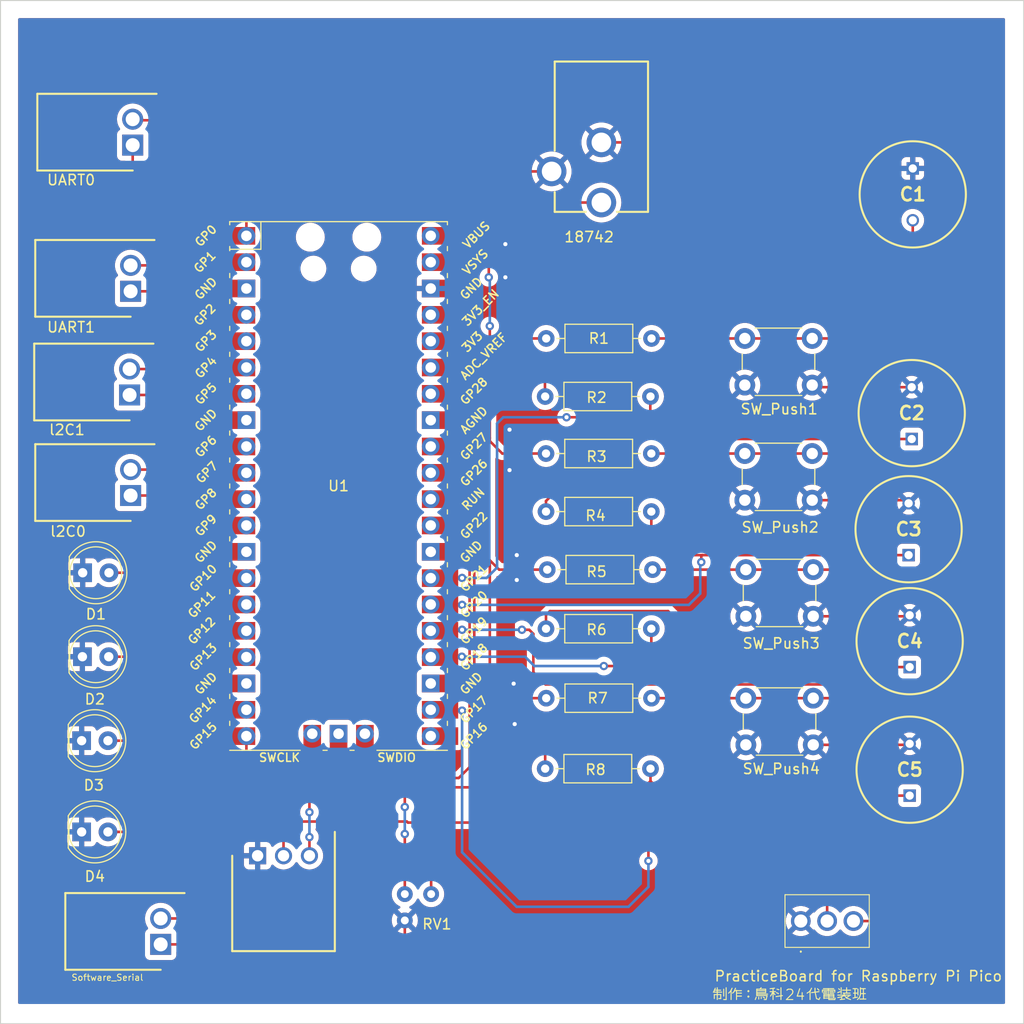
<source format=kicad_pcb>
(kicad_pcb (version 20221018) (generator pcbnew)
  (layers (0 "F.Cu" signal) (31 "B.Cu" signal) (34 "B.Paste" user) (35 "F.Paste" user) (36 "B.SilkS" user "B.Silkscreen") (37 "F.SilkS" user "F.Silkscreen") (38 "B.Mask" user) (39 "F.Mask" user) (44 "Edge.Cuts" user))
  (net 0 "")
  (net 1 "GND")
  (net 2 "+5V")
  (net 3 "/SW1")
  (net 4 "/SW2")
  (net 5 "/SW3")
  (net 6 "/SW4")
  (net 7 "/LED1")
  (net 8 "/LED2")
  (net 9 "/LED3")
  (net 10 "/LED4")
  (net 11 "Net-(J1-Pin_1)")
  (net 12 "Net-(J1-Pin_2)")
  (net 13 "Net-(J2-Pin_1)")
  (net 14 "Net-(J2-Pin_2)")
  (net 15 "Net-(J3-Pin_1)")
  (net 16 "Net-(J3-Pin_2)")
  (net 17 "Net-(J4-Pin_1)")
  (net 18 "Net-(J4-Pin_2)")
  (net 19 "Net-(J5-Pin_1)")
  (net 20 "Net-(J5-Pin_2)")
  (net 21 "/SPK")
  (net 22 "Net-(R1-Pad2)")
  (net 23 "Net-(R3-Pad2)")
  (net 24 "Net-(R5-Pad2)")
  (net 25 "Net-(R7-Pad2)")
  (net 26 "/VOL")
  (net 27 "/SW5")
  (footprint "Button_Switch_THT:SW_PUSH_6mm_H4.3mm" (layer "F.Cu") (at 115.9 93.3)
    (fp_text reference "SW2" hide)
    (fp_text value "SW_Push" hide)
  )
  (footprint "Button_Switch_THT:SW_PUSH_6mm_H4.3mm" (layer "F.Cu") (at 116 116.9)
    (fp_text reference "SW5" hide)
    (fp_text value "SW_Push" hide)
  )
  (footprint "Button_Switch_THT:SW_PUSH_6mm_H4.3mm" (layer "F.Cu") (at 116 104.5)
    (fp_text reference "SW4" hide)
    (fp_text value "SW_Push" hide)
  )
  (footprint "LED_THT:LED_D5.0mm" (layer "F.Cu") (at 51.925 129.8)
    (fp_text reference "D4")
    (fp_text value "LED" hide)
  )
  (footprint "SamacSys_Parts:CAPPRD500W60D1025H1400" (layer "F.Cu") (at 132.1 65.8 -90)
    (fp_text reference "C1")
    (fp_text value "4.7μ" hide)
  )
  (footprint "SamacSys_Parts:SHDRRA2W80P0X250_1X2_740X1150X610P" (layer "F.Cu") (at 56.55 87.65 90)
    (fp_text reference "J4" hide)
    (fp_text value "I2C1" hide)
  )
  (footprint "SamacSys_Parts:RPi_Pico_SMD_TH" (layer "F.Cu") (at 76.71 96.43)
    (fp_text reference "U1")
    (fp_text value "Pico" hide)
  )
  (footprint "Resistor_THT:R_Axial_DIN0207_L6.3mm_D2.5mm_P10.16mm_Horizontal" (layer "F.Cu") (at 96.64 87.8)
    (fp_text reference "R2")
    (fp_text value "10k" hide)
  )
  (footprint "LED_THT:LED_D5.0mm" (layer "F.Cu") (at 52 112.9)
    (fp_text reference "D2")
    (fp_text value "LED" hide)
  )
  (footprint "Resistor_THT:R_Axial_DIN0207_L6.3mm_D2.5mm_P10.16mm_Horizontal" (layer "F.Cu") (at 96.72 110.2)
    (fp_text reference "R6")
    (fp_text value "10k" hide)
  )
  (footprint "SamacSys_Parts:CAPPRD500W60D1025H1400" (layer "F.Cu") (at 131.8 113.9 90)
    (fp_text reference "C4")
    (fp_text value "4.7μ" hide)
  )
  (footprint "Resistor_THT:R_Axial_DIN0207_L6.3mm_D2.5mm_P10.16mm_Horizontal" (layer "F.Cu") (at 96.74 82.2)
    (fp_text reference "R1")
    (fp_text value "10k" hide)
  )
  (footprint "Resistor_THT:R_Axial_DIN0207_L6.3mm_D2.5mm_P10.16mm_Horizontal" (layer "F.Cu") (at 96.72 98.9)
    (fp_text reference "R4")
    (fp_text value "10k" hide)
  )
  (footprint "SamacSys_Parts:2MS1T2B4M2QES" (layer "F.Cu") (at 121.3 138.4 -90)
    (fp_text reference "SW3" hide)
    (fp_text value "SW_DPDT_x2" hide)
  )
  (footprint "Resistor_THT:R_Axial_DIN0207_L6.3mm_D2.5mm_P10.16mm_Horizontal" (layer "F.Cu") (at 96.64 123.7)
    (fp_text reference "R8")
    (fp_text value "10k" hide)
  )
  (footprint "SamacSys_Parts:SHDRRA3W64P0X250_1X3_990X1150X610P" (layer "F.Cu") (at 68.9 132.1 180)
    (fp_text reference "J6" hide)
    (fp_text value "Conn_01x03_Female" hide)
  )
  (footprint "SamacSys_Parts:18742" (layer "F.Cu") (at 102.0625 69.0875 -90)
    (fp_text reference "J7" hide)
    (fp_text value "18742" hide)
  )
  (footprint "LED_THT:LED_D5.0mm" (layer "F.Cu") (at 51.925 121)
    (fp_text reference "D3")
    (fp_text value "LED" hide)
  )
  (footprint "SamacSys_Parts:CAPPRD500W60D1025H1400" (layer "F.Cu") (at 132 91.9 90)
    (fp_text reference "C2")
    (fp_text value "4.7μ" hide)
  )
  (footprint "SamacSys_Parts:CAPPRD500W60D1025H1400" (layer "F.Cu") (at 131.8 126.3 90)
    (fp_text reference "C5")
    (fp_text value "4.7μ" hide)
  )
  (footprint "LED_THT:LED_D5.0mm" (layer "F.Cu") (at 52.025 104.8)
    (fp_text reference "D1")
    (fp_text value "LED" hide)
  )
  (footprint "Resistor_THT:R_Axial_DIN0207_L6.3mm_D2.5mm_P10.16mm_Horizontal" (layer "F.Cu") (at 96.84 104.5)
    (fp_text reference "R5")
    (fp_text value "10k" hide)
  )
  (footprint "Resistor_THT:R_Axial_DIN0207_L6.3mm_D2.5mm_P10.16mm_Horizontal" (layer "F.Cu") (at 96.74 116.9)
    (fp_text reference "R7")
    (fp_text value "10k" hide)
  )
  (footprint "SamacSys_Parts:3386K" (layer "F.Cu") (at 83.1 135.8)
    (fp_text reference "RV1")
    (fp_text value "10k" hide)
  )
  (footprint "SamacSys_Parts:SHDRRA2W80P0X250_1X2_740X1150X610P" (layer "F.Cu") (at 56.65 77.65 90)
    (fp_text reference "J2" hide)
    (fp_text value "UART1" hide)
  )
  (footprint "SamacSys_Parts:CAPPRD500W60D1025H1400" (layer "F.Cu") (at 131.7 103.1 90)
    (fp_text reference "C3")
    (fp_text value "4.7μ" hide)
  )
  (footprint "SamacSys_Parts:SHDRRA2W80P0X250_1X2_740X1150X610P" (layer "F.Cu") (at 59.55 140.65 90)
    (fp_text reference "J5" hide)
    (fp_text value "Software_Serial" hide)
  )
  (footprint "Resistor_THT:R_Axial_DIN0207_L6.3mm_D2.5mm_P10.16mm_Horizontal" (layer "F.Cu") (at 96.72 93.3)
    (fp_text reference "R3")
    (fp_text value "10k" hide)
  )
  (footprint "SamacSys_Parts:SHDRRA2W80P0X250_1X2_740X1150X610P" (layer "F.Cu") (at 56.65 97.35 90)
    (fp_text reference "J3" hide)
    (fp_text value "I2C0" hide)
  )
  (footprint "Button_Switch_THT:SW_PUSH_6mm_H4.3mm" (layer "F.Cu") (at 115.9 82.2)
    (fp_text reference "SW1" hide)
    (fp_text value "SW_Push" hide)
  )
  (footprint "SamacSys_Parts:SHDRRA2W80P0X250_1X2_740X1150X610P" (layer "F.Cu") (at 56.85 63.55 90)
    (fp_text reference "J1" hide)
    (fp_text value "UART0" hide)
  )
  (gr_line (start 44.1 148.3) (end 142.8 148.3) (stroke (width 0.1)) (layer "Edge.Cuts"))
  (gr_line (start 44.1 49.6) (end 44.1 148.3) (stroke (width 0.1)) (layer "Edge.Cuts"))
  (gr_line (start 142.8 148.3) (end 142.8 49.6) (stroke (width 0.1)) (layer "Edge.Cuts"))
  (gr_line (start 142.8 49.6) (end 44.1 49.6) (stroke (width 0.1)) (layer "Edge.Cuts"))
  (gr_text "l2C1" (at 48.7 91.6) (layer "F.SilkS") (effects (font (size 1 1)) (justify left bottom)))
  (gr_text "SW_Push4" (at 115.6 124.3) (layer "F.SilkS") (effects (font (size 1 1)) (justify left bottom)))
  (gr_text "Software_Serial" (at 50.9 144.2) (layer "F.SilkS") (effects (font (size 0.6 0.6) (thickness 0.09)) (justify left bottom)))
  (gr_text "SW_Push1" (at 115.4 89.6) (layer "F.SilkS") (effects (font (size 1 1)) (justify left bottom)))
  (gr_text "制作：鳥科２４代電装班" (at 112.7 146.1) (layer "F.SilkS") (effects (font (size 1 1) (thickness 0.1)) (justify left bottom)))
  (gr_text "PracticeBoard for Raspberry Pi Pico" (at 112.9 144.3) (layer "F.SilkS") (effects (font (size 1 1) (thickness 0.14)) (justify left bottom)))
  (gr_text "18742" (at 98.4 73) (layer "F.SilkS") (effects (font (size 1 1)) (justify left bottom)))
  (gr_text "l2C0" (at 48.8 101.4) (layer "F.SilkS") (effects (font (size 1 1)) (justify left bottom)))
  (gr_text "SW_Push3" (at 115.6 112.2) (layer "F.SilkS") (effects (font (size 1 1)) (justify left bottom)))
  (gr_text "UART0" (at 48.5 67.5) (layer "F.SilkS") (effects (font (size 1 1)) (justify left bottom)))
  (gr_text "SW_Push2" (at 115.5 101) (layer "F.SilkS") (effects (font (size 1 1)) (justify left bottom)))
  (gr_text "UART1" (at 48.5 81.7) (layer "F.SilkS") (effects (font (size 1 1)) (justify left bottom)))
  (segment (start 93.9 95.6) (end 93.85 95.55) (width 0.25) (layer "F.Cu") (net 1))
  (segment (start 94.4 120.1) (end 93.7 119.4) (width 0.25) (layer "F.Cu") (net 1))
  (segment (start 92.85 78.15) (end 92.08 77.38) (width 0.25) (layer "F.Cu") (net 1))
  (segment (start 92.8 78.1) (end 92.85 78.15) (width 0.25) (layer "F.Cu") (net 1))
  (segment (start 48.7 105) (end 48.7 113) (width 0.25) (layer "F.Cu") (net 1))
  (segment (start 92.08 77.38) (end 85.6 77.38) (width 0.25) (layer "F.Cu") (net 1))
  (segment (start 132 86.9) (end 122.6 86.9) (width 0.25) (layer "F.Cu") (net 1))
  (segment (start 93 78.3) (end 92.85 78.15) (width 0.25) (layer "F.Cu") (net 1))
  (segment (start 92.8 76.3) (end 92.8 78.1) (width 0.25) (layer "F.Cu") (net 1))
  (segment (start 94.9 96.4) (end 94.7 96.4) (width 0.25) (layer "F.Cu") (net 1))
  (segment (start 94.8 84.2) (end 93 82.4) (width 0.25) (layer "F.Cu") (net 1))
  (segment (start 131.4 97.8) (end 131.7 98.1) (width 0.25) (layer "F.Cu") (net 1))
  (segment (start 131.7 109) (end 131.8 108.9) (width 0.25) (layer "F.Cu") (net 1))
  (segment (start 93.8125 66.0875) (end 92.8 67.1) (width 0.25) (layer "F.Cu") (net 1))
  (segment (start 51.925 129.8) (end 49 129.8) (width 0.25) (layer "F.Cu") (net 1))
  (segment (start 93.85 95.55) (end 93.2 94.9) (width 0.25) (layer "F.Cu") (net 1))
  (segment (start 102.0625 63.2875) (end 131.0875 63.2875) (width 0.25) (layer "F.Cu") (net 1))
  (segment (start 93 82.4) (end 93 78.3) (width 0.25) (layer "F.Cu") (net 1))
  (segment (start 94.9 107.7) (end 93.9 106.7) (width 0.25) (layer "F.Cu") (net 1))
  (segment (start 83.1 138.34) (end 83.1 142.8) (width 0.25) (layer "F.Cu") (net 1))
  (segment (start 122.5 109) (end 131.7 109) (width 0.25) (layer "F.Cu") (net 1))
  (segment (start 93.2 91) (end 93.2 82.6) (width 0.25) (layer "F.Cu") (net 1))
  (segment (start 94.3 138.6) (end 94.3 138.2) (width 0.25) (layer "F.Cu") (net 1))
  (segment (start 94.3 120.2) (end 94.4 120.1) (width 0.25) (layer "F.Cu") (net 1))
  (segment (start 48.8 112.9) (end 48.7 113) (width 0.25) (layer "F.Cu") (net 1))
  (segment (start 122.5 121.4) (end 131.7 121.4) (width 0.25) (layer "F.Cu") (net 1))
  (segment (start 114.5 96.4) (end 94.9 96.4) (width 0.25) (layer "F.Cu") (net 1))
  (segment (start 97.2625 66.0875) (end 93.8125 66.0875) (width 0.25) (layer "F.Cu") (net 1))
  (segment (start 115.9 86.7) (end 113.4 84.2) (width 0.25) (layer "F.Cu") (net 1))
  (segment (start 94.3 143.1) (end 94.3 138.6) (width 0.25) (layer "F.Cu") (net 1))
  (segment (start 48.7 121.3) (end 48.7 130.1) (width 0.25) (layer "F.Cu") (net 1))
  (segment (start 131.0875 63.2875) (end 132.1 64.3) (width 0.25) (layer "F.Cu") (net 1))
  (segment (start 49.4 143.5) (end 69.1 143.5) (width 0.25) (layer "F.Cu") (net 1))
  (segment (start 94.7 96.4) (end 93.85 95.55) (width 0.25) (layer "F.Cu") (net 1))
  (segment (start 68.9 132.1) (end 68.9 143.3) (width 0.25) (layer "F.Cu") (net 1))
  (segment (start 94.6 120.3) (end 94.4 120.1) (width 0.25) (layer "F.Cu") (net 1))
  (segment (start 51.925 121) (end 49 121) (width 0.25) (layer "F.Cu") (net 1))
  (segment (start 114.7 107.7) (end 94.9 107.7) (width 0.25) (layer "F.Cu") (net 1))
  (segment (start 122.6 86.9) (end 122.4 86.7) (width 0.25) (layer "F.Cu") (net 1))
  (segment (start 93.9 143.5) (end 94.3 143.1) (width 0.25) (layer "F.Cu") (net 1))
  (segment (start 74.5 143.5) (end 83.6 143.5) (width 0.25) (layer "F.Cu") (net 1))
  (segment (start 92.8 143.5) (end 93.4 143.5) (width 0.25) (layer "F.Cu") (net 1))
  (segment (start 69.1 143.5) (end 74.5 143.5) (width 0.25) (layer "F.Cu") (net 1))
  (segment (start 116 121.4) (end 114.9 120.3) (width 0.25) (layer "F.Cu") (net 1))
  (segment (start 48.7 113) (end 48.7 121.3) (width 0.25) (layer "F.Cu") (net 1))
  (segment (start 93.2 82.6) (end 93 82.4) (width 0.25) (layer "F.Cu") (net 1))
  (segment (start 92.8 67.1) (end 92.8 73.1) (width 0.25) (layer "F.Cu") (net 1))
  (segment (start 48.7 131.3) (end 48.7 142.8) (width 0.25) (layer "F.Cu") (net 1))
  (segment (start 83.6 143.5) (end 83.8 143.5) (width 0.25) (layer "F.Cu") (net 1))
  (segment (start 48.7 142.8) (end 49.4 143.5) (width 0.25) (layer "F.Cu") (net 1))
  (segment (start 114.9 120.3) (end 95.2 120.3) (width 0.25) (layer "F.Cu") (net 1))
  (segment (start 83.8 143.5) (end 92.8 143.5) (width 0.25) (layer "F.Cu") (net 1))
  (segment (start 121.3 138.4) (end 116.2 143.5) (width 0.25) (layer "F.Cu") (net 1))
  (segment (start 52.025 104.8) (end 48.9 104.8) (width 0.25) (layer "F.Cu") (net 1))
  (segment (start 93.9 106.7) (end 93.9 105.5) (width 0.25) (layer "F.Cu") (net 1))
  (segment (start 48.9 104.8) (end 48.7 105) (width 0.25) (layer "F.Cu") (net 1))
  (segment (start 48.7 130.1) (end 48.7 131.3) (width 0.25) (layer "F.Cu") (net 1))
  (segment (start 122.7 87) (end 122.4 86.7) (width 0.25) (layer "F.Cu") (net 1))
  (segment (start 93.6 107) (end 93.9 106.7) (width 0.25) (layer "F.Cu") (net 1))
  (segment (start 93.9 103.1) (end 93.9 95.6) (width 0.25) (layer "F.Cu") (net 1))
  (segment (start 116 109) (end 114.7 107.7) (width 0.25) (layer "F.Cu") (net 1))
  (segment (start 93.4 143.5) (end 93.9 143.5) (width 0.25) (layer "F.Cu") (net 1))
  (segment (start 116.2 143.5) (end 92.8 143.5) (width 0.25) (layer "F.Cu") (net 1))
  (segment (start 122.4 97.8) (end 131.4 97.8) (width 0.25) (layer "F.Cu") (net 1))
  (segment (start 132.1 64.3) (end 132.1 65.8) (width 0.25) (layer "F.Cu") (net 1))
  (segment (start 94.3 139.1) (end 94.3 138.6) (width 0.25) (layer "F.Cu") (net 1))
  (segment (start 94.3 138.2) (end 94.3 120.2) (width 0.25) (layer "F.Cu") (net 1))
  (segment (start 49 129.8) (end 48.7 130.1) (width 0.25) (layer "F.Cu") (net 1))
  (segment (start 52 112.9) (end 48.8 112.9) (width 0.25) (layer "F.Cu") (net 1))
  (segment (start 115.9 97.8) (end 114.5 96.4) (width 0.25) (layer "F.Cu") (net 1))
  (segment (start 68.9 143.3) (end 69.1 143.5) (width 0.25) (layer "F.Cu") (net 1))
  (segment (start 93.6 115.5) (end 93.6 107) (width 0.25) (layer "F.Cu") (net 1))
  (segment (start 83.1 142.8) (end 83.8 143.5) (width 0.25) (layer "F.Cu") (net 1))
  (segment (start 49 121) (end 48.7 121.3) (width 0.25) (layer "F.Cu") (net 1))
  (segment (start 113.4 84.2) (end 94.8 84.2) (width 0.25) (layer "F.Cu") (net 1))
  (segment (start 95.2 120.3) (end 94.6 120.3) (width 0.25) (layer "F.Cu") (net 1))
  (segment (start 131.7 121.4) (end 131.8 121.3) (width 0.25) (layer "F.Cu") (net 1))
  (via (at 92.8 76.3) (size 0.8) (drill 0.4) (layers "F.Cu" "B.Cu") (net 1))
  (via (at 93.9 105.5) (size 0.8) (drill 0.4) (layers "F.Cu" "B.Cu") (net 1))
  (via (at 93.2 91) (size 0.8) (drill 0.4) (layers "F.Cu" "B.Cu") (net 1))
  (via (at 93.2 94.9) (size 0.8) (drill 0.4) (layers "F.Cu" "B.Cu") (net 1))
  (via (at 93.9 103.1) (size 0.8) (drill 0.4) (layers "F.Cu" "B.Cu") (net 1))
  (via (at 93.7 119.4) (size 0.8) (drill 0.4) (layers "F.Cu" "B.Cu") (net 1))
  (via (at 92.8 73.1) (size 0.8) (drill 0.4) (layers "F.Cu" "B.Cu") (net 1))
  (via (at 93.6 115.5) (size 0.8) (drill 0.4) (layers "F.Cu" "B.Cu") (net 1))
  (segment (start 93.9 105.5) (end 93.9 103.1) (width 0.25) (layer "B.Cu") (net 1))
  (segment (start 93.2 94.9) (end 93.2 91) (width 0.25) (layer "B.Cu") (net 1))
  (segment (start 93.7 119.4) (end 93.7 115.6) (width 0.25) (layer "B.Cu") (net 1))
  (segment (start 92.8 73.1) (end 92.8 76.3) (width 0.25) (layer "B.Cu") (net 1))
  (segment (start 93.7 115.6) (end 93.6 115.5) (width 0.25) (layer "B.Cu") (net 1))
  (segment (start 93.18 74.7) (end 93.04 74.84) (width 0.25) (layer "F.Cu") (net 2))
  (segment (start 136.6 74.7) (end 132 74.7) (width 0.25) (layer "F.Cu") (net 2))
  (segment (start 71.4 129.4) (end 72 128.8) (width 0.25) (layer "F.Cu") (net 2))
  (segment (start 71.4 132.1) (end 71.4 129.4) (width 0.25) (layer "F.Cu") (net 2))
  (segment (start 98.7925 69.0875) (end 93.18 74.7) (width 0.25) (layer "F.Cu") (net 2))
  (segment (start 91.2 74.94) (end 91.3 74.84) (width 0.25) (layer "F.Cu") (net 2))
  (segment (start 126.38 138.4) (end 136.3 138.4) (width 0.25) (layer "F.Cu") (net 2))
  (segment (start 91.2 103.5) (end 91.2 91.9) (width 0.25) (layer "F.Cu") (net 2))
  (segment (start 96.72 82.2) (end 94.8 82.2) (width 0.25) (layer "F.Cu") (net 2))
  (segment (start 93.9 75.7) (end 93.04 74.84) (width 0.25) (layer "F.Cu") (net 2))
  (segment (start 91.3 115.8) (end 91.3 103.6) (width 0.25) (layer "F.Cu") (net 2))
  (segment (start 96.72 93.3) (end 92.5 93.3) (width 0.25) (layer "F.Cu") (net 2))
  (segment (start 93.9 81.3) (end 93.9 75.7) (width 0.25) (layer "F.Cu") (net 2))
  (segment (start 138.4 136.3) (end 138.4 76.5) (width 0.25) (layer "F.Cu") (net 2))
  (segment (start 91.3 74.84) (end 85.6 74.84) (width 0.25) (layer "F.Cu") (net 2))
  (segment (start 91.2 91.9) (end 91.3 91.8) (width 0.25) (layer "F.Cu") (net 2))
  (segment (start 132 74.7) (end 93.18 74.7) (width 0.25) (layer "F.Cu") (net 2))
  (segment (start 91.3 103.6) (end 91.2 103.5) (width 0.25) (layer "F.Cu") (net 2))
  (segment (start 94.8 82.2) (end 93.9 81.3) (width 0.25) (layer "F.Cu") (net 2))
  (segment (start 136.3 138.4) (end 138.4 136.3) (width 0.25) (layer "F.Cu") (net 2))
  (segment (start 93.04 74.84) (end 91.3 74.84) (width 0.25) (layer "F.Cu") (net 2))
  (segment (start 138.4 76.5) (end 136.6 74.7) (width 0.25) (layer "F.Cu") (net 2))
  (segment (start 89.5 128.9) (end 91.3 127.1) (width 0.25) (layer "F.Cu") (net 2))
  (segment (start 85.64 135.8) (end 85.64 129.26) (width 0.25) (layer "F.Cu") (net 2))
  (segment (start 86 128.9) (end 89.5 128.9) (width 0.25) (layer "F.Cu") (net 2))
  (segment (start 85.64 129.26) (end 86 128.9) (width 0.25) (layer "F.Cu") (net 2))
  (segment (start 91.3 127.1) (end 91.3 115.8) (width 0.25) (layer "F.Cu") (net 2))
  (segment (start 91.2 76.3) (end 91.2 74.94) (width 0.25) (layer "F.Cu") (net 2))
  (segment (start 91.3 91.8) (end 91.3 81) (width 0.25) (layer "F.Cu") (net 2))
  (segment (start 92.2 104.5) (end 91.2 103.5) (width 0.25) (layer "F.Cu") (net 2))
  (segment (start 96.84 104.5) (end 92.2 104.5) (width 0.25) (layer "F.Cu") (net 2))
  (segment (start 83.4 128.9) (end 84.7 128.9) (width 0.25) (layer "F.Cu") (net 2))
  (segment (start 102.0625 69.0875) (end 98.7925 69.0875) (width 0.25) (layer "F.Cu") (net 2))
  (segment (start 132.1 74.6) (end 132 74.7) (width 0.25) (layer "F.Cu") (net 2))
  (segment (start 92.5 93.3) (end 91.3 92.1) (width 0.25) (layer "F.Cu") (net 2))
  (segment (start 84.7 128.9) (end 86 128.9) (width 0.25) (layer "F.Cu") (net 2))
  (segment (start 83.3 128.8) (end 83.4 128.9) (width 0.25) (layer "F.Cu") (net 2))
  (segment (start 132.1 70.8) (end 132.1 74.6) (width 0.25) (layer "F.Cu") (net 2))
  (segment (start 72 128.8) (end 83.3 128.8) (width 0.25) (layer "F.Cu") (net 2))
  (segment (start 91.3 92.1) (end 91.3 91.8) (width 0.25) (layer "F.Cu") (net 2))
  (segment (start 92.4 116.9) (end 91.3 115.8) (width 0.25) (layer "F.Cu") (net 2))
  (segment (start 96.72 116.9) (end 92.4 116.9) (width 0.25) (layer "F.Cu") (net 2))
  (via (at 91.3 81) (size 0.8) (drill 0.4) (layers "F.Cu" "B.Cu") (net 2))
  (via (at 91.2 76.3) (size 0.8) (drill 0.4) (layers "F.Cu" "B.Cu") (net 2))
  (segment (start 91.3 76.4) (end 91.2 76.3) (width 0.25) (layer "B.Cu") (net 2))
  (segment (start 91.3 81) (end 91.3 76.4) (width 0.25) (layer "B.Cu") (net 2))
  (segment (start 88.6055 105.32) (end 88.6255 105.3) (width 0.25) (layer "F.Cu") (net 3))
  (segment (start 107.5 91.9) (end 106.7 91.1) (width 0.25) (layer "F.Cu") (net 3))
  (segment (start 106.78 91.02) (end 106.78 89.6) (width 0.25) (layer "F.Cu") (net 3))
  (segment (start 85.6 105.32) (end 88.6055 105.32) (width 0.25) (layer "F.Cu") (net 3))
  (segment (start 106.7 91.1) (end 106.78 91.02) (width 0.25) (layer "F.Cu") (net 3))
  (segment (start 132 91.9) (end 107.5 91.9) (width 0.25) (layer "F.Cu") (net 3))
  (segment (start 106.58 89.8) (end 106.78 89.6) (width 0.25) (layer "F.Cu") (net 3))
  (segment (start 106.78 89.6) (end 106.78 87.8) (width 0.25) (layer "F.Cu") (net 3))
  (segment (start 98.7 89.8) (end 106.58 89.8) (width 0.25) (layer "F.Cu") (net 3))
  (via (at 98.7 89.8) (size 0.8) (drill 0.4) (layers "F.Cu" "B.Cu") (net 3))
  (via (at 88.6255 105.3) (size 0.8) (drill 0.4) (layers "F.Cu" "B.Cu") (net 3))
  (segment (start 92 104.3) (end 92 90.4) (width 0.25) (layer "B.Cu") (net 3))
  (segment (start 92 90.4) (end 92.6 89.8) (width 0.25) (layer "B.Cu") (net 3))
  (segment (start 88.6255 105.3) (end 91 105.3) (width 0.25) (layer "B.Cu") (net 3))
  (segment (start 92.6 89.8) (end 98.7 89.8) (width 0.25) (layer "B.Cu") (net 3))
  (segment (start 91 105.3) (end 92 104.3) (width 0.25) (layer "B.Cu") (net 3))
  (segment (start 106.88 101.92) (end 106.88 98.9) (width 0.25) (layer "F.Cu") (net 4))
  (segment (start 88.5855 107.86) (end 88.6255 107.9) (width 0.25) (layer "F.Cu") (net 4))
  (segment (start 131.7 103.1) (end 111.8 103.1) (width 0.25) (layer "F.Cu") (net 4))
  (segment (start 107.9 103.1) (end 106.8 102) (width 0.25) (layer "F.Cu") (net 4))
  (segment (start 85.6 107.86) (end 88.5855 107.86) (width 0.25) (layer "F.Cu") (net 4))
  (segment (start 106.8 102) (end 106.88 101.92) (width 0.25) (layer "F.Cu") (net 4))
  (segment (start 111.7 103.7755) (end 111.7 103.2) (width 0.25) (layer "F.Cu") (net 4))
  (segment (start 111.7 103.2) (end 111.8 103.1) (width 0.25) (layer "F.Cu") (net 4))
  (segment (start 111.8 103.1) (end 107.9 103.1) (width 0.25) (layer "F.Cu") (net 4))
  (via (at 111.7 103.7755) (size 0.8) (drill 0.4) (layers "F.Cu" "B.Cu") (net 4))
  (via (at 88.6255 107.9) (size 0.8) (drill 0.4) (layers "F.Cu" "B.Cu") (net 4))
  (segment (start 88.6255 107.9) (end 110.5 107.9) (width 0.25) (layer "B.Cu") (net 4))
  (segment (start 110.5 107.9) (end 111.6 106.8) (width 0.25) (layer "B.Cu") (net 4))
  (segment (start 111.6 106.8) (end 111.6 103.8755) (width 0.25) (layer "B.Cu") (net 4))
  (segment (start 111.6 103.8755) (end 111.7 103.7755) (width 0.25) (layer "B.Cu") (net 4))
  (segment (start 131.511396 115.575) (end 96.675 115.575) (width 0.25) (layer "F.Cu") (net 5))
  (segment (start 95.5 112.2) (end 95.5 110.7) (width 0.25) (layer "F.Cu") (net 5))
  (segment (start 95.2 110.4) (end 95.1 110.3) (width 0.25) (layer "F.Cu") (net 5))
  (segment (start 95.5 110.7) (end 95.2 110.4) (width 0.25) (layer "F.Cu") (net 5))
  (segment (start 88.626 110.3) (end 88.526 110.4) (width 0.25) (layer "F.Cu") (net 5))
  (segment (start 135.7 119.763604) (end 131.511396 115.575) (width 0.25) (layer "F.Cu") (net 5))
  (segment (start 96.675 115.575) (end 95.5 114.4) (width 0.25) (layer "F.Cu") (net 5))
  (segment (start 123.84 133.66) (end 124.5 133) (width 0.25) (layer "F.Cu") (net 5))
  (segment (start 123.84 138.4) (end 123.84 133.66) (width 0.25) (layer "F.Cu") (net 5))
  (segment (start 95.1 110.3) (end 94.4 110.3) (width 0.25) (layer "F.Cu") (net 5))
  (segment (start 88.526 110.4) (end 85.6 110.4) (width 0.25) (layer "F.Cu") (net 5))
  (segment (start 124.5 133) (end 134.2 133) (width 0.25) (layer "F.Cu") (net 5))
  (segment (start 135.7 131.5) (end 135.7 119.763604) (width 0.25) (layer "F.Cu") (net 5))
  (segment (start 134.2 133) (end 135.7 131.5) (width 0.25) (layer "F.Cu") (net 5))
  (segment (start 95.5 114.4) (end 95.5 112.2) (width 0.25) (layer "F.Cu") (net 5))
  (via (at 94.4 110.3) (size 0.8) (drill 0.4) (layers "F.Cu" "B.Cu") (net 5))
  (via (at 88.626 110.3) (size 0.8) (drill 0.4) (layers "F.Cu" "B.Cu") (net 5))
  (segment (start 94.4 110.3) (end 88.626 110.3) (width 0.25) (layer "B.Cu") (net 5))
  (segment (start 88.6 112.9) (end 88.56 112.94) (width 0.25) (layer "F.Cu") (net 6))
  (segment (start 108 113.8) (end 108.1 113.9) (width 0.25) (layer "F.Cu") (net 6))
  (segment (start 108.1 113.9) (end 107.9 113.9) (width 0.25) (layer "F.Cu") (net 6))
  (segment (start 88.56 112.94) (end 85.6 112.94) (width 0.25) (layer "F.Cu") (net 6))
  (segment (start 131.8 113.9) (end 108.1 113.9) (width 0.25) (layer "F.Cu") (net 6))
  (segment (start 102.3 113.8) (end 108 113.8) (width 0.25) (layer "F.Cu") (net 6))
  (segment (start 106.88 112.88) (end 106.88 110.2) (width 0.25) (layer "F.Cu") (net 6))
  (segment (start 107.9 113.9) (end 106.88 112.88) (width 0.25) (layer "F.Cu") (net 6))
  (via (at 102.3 113.8) (size 0.8) (drill 0.4) (layers "F.Cu" "B.Cu") (net 6))
  (via (at 88.6 112.9) (size 0.8) (drill 0.4) (layers "F.Cu" "B.Cu") (net 6))
  (segment (start 95.6 113.8) (end 94.7 112.9) (width 0.25) (layer "B.Cu") (net 6))
  (segment (start 102.3 113.8) (end 95.6 113.8) (width 0.25) (layer "B.Cu") (net 6))
  (segment (start 94.7 112.9) (end 88.6 112.9) (width 0.25) (layer "B.Cu") (net 6))
  (segment (start 54.565 104.8) (end 67.3 104.8) (width 0.25) (layer "F.Cu") (net 7))
  (segment (start 67.3 104.8) (end 67.82 105.32) (width 0.25) (layer "F.Cu") (net 7))
  (segment (start 54.54 112.9) (end 62.5 112.9) (width 0.25) (layer "F.Cu") (net 8))
  (segment (start 62.5 112.9) (end 63 112.4) (width 0.25) (layer "F.Cu") (net 8))
  (segment (start 63 108.9) (end 64.04 107.86) (width 0.25) (layer "F.Cu") (net 8))
  (segment (start 63 112.4) (end 63 108.9) (width 0.25) (layer "F.Cu") (net 8))
  (segment (start 64.04 107.86) (end 67.82 107.86) (width 0.25) (layer "F.Cu") (net 8))
  (segment (start 63.45 120.15) (end 63.45 111.6) (width 0.25) (layer "F.Cu") (net 9))
  (segment (start 54.465 121) (end 62.6 121) (width 0.25) (layer "F.Cu") (net 9))
  (segment (start 64.65 110.4) (end 67.82 110.4) (width 0.25) (layer "F.Cu") (net 9))
  (segment (start 62.6 121) (end 63.45 120.15) (width 0.25) (layer "F.Cu") (net 9))
  (segment (start 63.45 111.6) (end 64.65 110.4) (width 0.25) (layer "F.Cu") (net 9))
  (segment (start 64 113.3) (end 64.36 112.94) (width 0.25) (layer "F.Cu") (net 10))
  (segment (start 64.36 112.94) (end 67.82 112.94) (width 0.25) (layer "F.Cu") (net 10))
  (segment (start 63 129.8) (end 64 128.8) (width 0.25) (layer "F.Cu") (net 10))
  (segment (start 64 128.8) (end 64 113.3) (width 0.25) (layer "F.Cu") (net 10))
  (segment (start 54.465 129.8) (end 63 129.8) (width 0.25) (layer "F.Cu") (net 10))
  (segment (start 66.21 74.84) (end 67.82 74.84) (width 0.25) (layer "F.Cu") (net 11))
  (segment (start 56.85 65.48) (end 66.21 74.84) (width 0.25) (layer "F.Cu") (net 11))
  (segment (start 56.85 63.65) (end 56.85 65.48) (width 0.25) (layer "F.Cu") (net 11))
  (segment (start 67.82 61.42) (end 67.82 72.3) (width 0.25) (layer "F.Cu") (net 12))
  (segment (start 67.55 61.15) (end 67.82 61.42) (width 0.25) (layer "F.Cu") (net 12))
  (segment (start 56.85 61.15) (end 67.55 61.15) (width 0.25) (layer "F.Cu") (net 12))
  (segment (start 56.65 77.65) (end 62.25 77.65) (width 0.25) (layer "F.Cu") (net 13))
  (segment (start 62.25 77.65) (end 62.5 77.9) (width 0.25) (layer "F.Cu") (net 13))
  (segment (start 62.5 77.9) (end 62.5 83.83) (width 0.25) (layer "F.Cu") (net 13))
  (segment (start 62.5 83.83) (end 66.21 87.54) (width 0.25) (layer "F.Cu") (net 13))
  (segment (start 66.21 87.54) (end 67.82 87.54) (width 0.25) (layer "F.Cu") (net 13))
  (segment (start 63.15 75.15) (end 64.5 76.5) (width 0.25) (layer "F.Cu") (net 14))
  (segment (start 64.5 83.6) (end 65.9 85) (width 0.25) (layer "F.Cu") (net 14))
  (segment (start 56.65 75.15) (end 63.15 75.15) (width 0.25) (layer "F.Cu") (net 14))
  (segment (start 65.9 85) (end 67.82 85) (width 0.25) (layer "F.Cu") (net 14))
  (segment (start 64.5 76.5) (end 64.5 83.6) (width 0.25) (layer "F.Cu") (net 14))
  (segment (start 63.1 97.3) (end 66.04 100.24) (width 0.25) (layer "F.Cu") (net 15))
  (segment (start 56.65 97.35) (end 63.05 97.35) (width 0.25) (layer "F.Cu") (net 15))
  (segment (start 66.04 100.24) (end 67.82 100.24) (width 0.25) (layer "F.Cu") (net 15))
  (segment (start 63.05 97.35) (end 63.1 97.3) (width 0.25) (layer "F.Cu") (net 15))
  (segment (start 66.1 97.7) (end 67.82 97.7) (width 0.25) (layer "F.Cu") (net 16))
  (segment (start 63.25 94.85) (end 66.1 97.7) (width 0.25) (layer "F.Cu") (net 16))
  (segment (start 56.65 94.85) (end 63.25 94.85) (width 0.25) (layer "F.Cu") (net 16))
  (segment (start 62.15 87.65) (end 63.4 88.9) (width 0.25) (layer "F.Cu") (net 17))
  (segment (start 63.4 92.35) (end 66.21 95.16) (width 0.25) (layer "F.Cu") (net 17))
  (segment (start 63.4 88.9) (end 63.4 92.35) (width 0.25) (layer "F.Cu") (net 17))
  (segment (start 56.55 87.65) (end 62.15 87.65) (width 0.25) (layer "F.Cu") (net 17))
  (segment (start 66.21 95.16) (end 67.82 95.16) (width 0.25) (layer "F.Cu") (net 17))
  (segment (start 64.3 90.71) (end 66.21 92.62) (width 0.25) (layer "F.Cu") (net 18))
  (segment (start 56.55 85.15) (end 62.65 85.15) (width 0.25) (layer "F.Cu") (net 18))
  (segment (start 62.65 85.15) (end 64.3 86.8) (width 0.25) (layer "F.Cu") (net 18))
  (segment (start 64.3 86.8) (end 64.3 90.71) (width 0.25) (layer "F.Cu") (net 18))
  (segment (start 66.21 92.62) (end 67.82 92.62) (width 0.25) (layer "F.Cu") (net 18))
  (segment (start 67.82 122.58) (end 67.82 120.56) (width 0.25) (layer "F.Cu") (net 19))
  (segment (start 59.55 140.65) (end 64.15 140.65) (width 0.25) (layer "F.Cu") (net 19))
  (segment (start 65.2 125.2) (end 67.82 122.58) (width 0.25) (layer "F.Cu") (net 19))
  (segment (start 65.2 139.6) (end 65.2 125.2) (width 0.25) (layer "F.Cu") (net 19))
  (segment (start 64.15 140.65) (end 65.2 139.6) (width 0.25) (layer "F.Cu") (net 19))
  (segment (start 59.55 138.15) (end 62.65 138.15) (width 0.25) (layer "F.Cu") (net 20))
  (segment (start 65.38 118.02) (end 67.82 118.02) (width 0.25) (layer "F.Cu") (net 20))
  (segment (start 62.65 138.15) (end 64.5 136.3) (width 0.25) (layer "F.Cu") (net 20))
  (segment (start 64.5 136.3) (end 64.5 118.9) (width 0.25) (layer "F.Cu") (net 20))
  (segment (start 64.5 118.9) (end 65.38 118.02) (width 0.25) (layer "F.Cu") (net 20))
  (segment (start 74.6 124.6) (end 88.3 124.6) (width 0.25) (layer "F.Cu") (net 21))
  (segment (start 88.14 100.24) (end 85.6 100.24) (width 0.25) (layer "F.Cu") (net 21))
  (segment (start 89.3505 101.4505) (end 88.14 100.24) (width 0.25) (layer "F.Cu") (net 21))
  (segment (start 89.3505 123.5495) (end 89.3505 101.4505) (width 0.25) (layer "F.Cu") (net 21))
  (segment (start 73.9 125.3) (end 74.6 124.6) (width 0.25) (layer "F.Cu") (net 21))
  (segment (start 73.9 132.1) (end 73.9 130.3) (width 0.25) (layer "F.Cu") (net 21))
  (segment (start 73.9 127.9) (end 73.9 125.3) (width 0.25) (layer "F.Cu") (net 21))
  (segment (start 88.3 124.6) (end 89.3505 123.5495) (width 0.25) (layer "F.Cu") (net 21))
  (via (at 73.9 127.9) (size 0.8) (drill 0.4) (layers "F.Cu" "B.Cu") (net 21))
  (via (at 73.9 130.3) (size 0.8) (drill 0.4) (layers "F.Cu" "B.Cu") (net 21))
  (segment (start 73.9 130.3) (end 73.9 127.9) (width 0.25) (layer "B.Cu") (net 21))
  (segment (start 97.3 85.7) (end 96.62 86.38) (width 0.25) (layer "F.Cu") (net 22))
  (segment (start 107.8 85.7) (end 97.3 85.7) (width 0.25) (layer "F.Cu") (net 22))
  (segment (start 111.2 89.1) (end 107.8 85.7) (width 0.25) (layer "F.Cu") (net 22))
  (segment (start 133.4 88.1) (end 132.4 89.1) (width 0.25) (layer "F.Cu") (net 22))
  (segment (start 106.88 82.2) (end 115.9 82.2) (width 0.25) (layer "F.Cu") (net 22))
  (segment (start 132.4 89.1) (end 111.2 89.1) (width 0.25) (layer "F.Cu") (net 22))
  (segment (start 132.4 82.2) (end 133.4 83.2) (width 0.25) (layer "F.Cu") (net 22))
  (segment (start 96.62 86.38) (end 96.62 87.8) (width 0.25) (layer "F.Cu") (net 22))
  (segment (start 133.4 83.2) (end 133.4 88.1) (width 0.25) (layer "F.Cu") (net 22))
  (segment (start 115.9 82.2) (end 122.4 82.2) (width 0.25) (layer "F.Cu") (net 22))
  (segment (start 122.4 82.2) (end 132.4 82.2) (width 0.25) (layer "F.Cu") (net 22))
  (segment (start 96.72 97.88) (end 96.72 98.9) (width 0.25) (layer "F.Cu") (net 23))
  (segment (start 97.6 97) (end 96.72 97.88) (width 0.25) (layer "F.Cu") (net 23))
  (segment (start 132.6 93.3) (end 133.5 94.2) (width 0.25) (layer "F.Cu") (net 23))
  (segment (start 115.9 93.3) (end 122.4 93.3) (width 0.25) (layer "F.Cu") (net 23))
  (segment (start 132.2 100.1) (end 111.3 100.1) (width 0.25) (layer "F.Cu") (net 23))
  (segment (start 106.88 93.3) (end 115.9 93.3) (width 0.25) (layer "F.Cu") (net 23))
  (segment (start 108.2 97) (end 97.6 97) (width 0.25) (layer "F.Cu") (net 23))
  (segment (start 133.5 94.2) (end 133.5 98.8) (width 0.25) (layer "F.Cu") (net 23))
  (segment (start 122.4 93.3) (end 132.6 93.3) (width 0.25) (layer "F.Cu") (net 23))
  (segment (start 133.5 98.8) (end 132.2 100.1) (width 0.25) (layer "F.Cu") (net 23))
  (segment (start 111.3 100.1) (end 108.2 97) (width 0.25) (layer "F.Cu") (net 23))
  (segment (start 97.1 108.5) (end 96.72 108.88) (width 0.25) (layer "F.Cu") (net 24))
  (segment (start 133.3 106.8) (end 133.3 110.5) (width 0.25) (layer "F.Cu") (net 24))
  (segment (start 133.3 110.5) (end 132.4 111.4) (width 0.25) (layer "F.Cu") (net 24))
  (segment (start 111.4 111.4) (end 108.5 108.5) (width 0.25) (layer "F.Cu") (net 24))
  (segment (start 131 104.5) (end 133.3 106.8) (width 0.25) (layer "F.Cu") (net 24))
  (segment (start 116 104.5) (end 122.5 104.5) (width 0.25) (layer "F.Cu") (net 24))
  (segment (start 107 104.5) (end 116 104.5) (width 0.25) (layer "F.Cu") (net 24))
  (segment (start 108.5 108.5) (end 97.1 108.5) (width 0.25) (layer "F.Cu") (net 24))
  (segment (start 132.4 111.4) (end 111.4 111.4) (width 0.25) (layer "F.Cu") (net 24))
  (segment (start 122.5 104.5) (end 131 104.5) (width 0.25) (layer "F.Cu") (net 24))
  (segment (start 96.72 108.88) (end 96.72 110.2) (width 0.25) (layer "F.Cu") (net 24))
  (segment (start 133.1 117.8) (end 133.1 123.5) (width 0.25) (layer "F.Cu") (net 25))
  (segment (start 122.5 116.9) (end 132.2 116.9) (width 0.25) (layer "F.Cu") (net 25))
  (segment (start 133.1 123.5) (end 132.3 124.3) (width 0.25) (layer "F.Cu") (net 25))
  (segment (start 111.1 124.3) (end 108.3 121.5) (width 0.25) (layer "F.Cu") (net 25))
  (segment (start 106.88 116.9) (end 116 116.9) (width 0.25) (layer "F.Cu") (net 25))
  (segment (start 116 116.9) (end 122.5 116.9) (width 0.25) (layer "F.Cu") (net 25))
  (segment (start 132.2 116.9) (end 133.1 117.8) (width 0.25) (layer "F.Cu") (net 25))
  (segment (start 108.3 121.5) (end 97.5 121.5) (width 0.25) (layer "F.Cu") (net 25))
  (segment (start 97.5 121.5) (end 96.64 122.36) (width 0.25) (layer "F.Cu") (net 25))
  (segment (start 132.3 124.3) (end 111.1 124.3) (width 0.25) (layer "F.Cu") (net 25))
  (segment (start 96.64 122.36) (end 96.64 123.7) (width 0.25) (layer "F.Cu") (net 25))
  (segment (start 83.1 127.4) (end 83.1 126.1) (width 0.25) (layer "F.Cu") (net 26))
  (segment (start 89.8005 125.1995) (end 89.8005 96.5005) (width 0.25) (layer "F.Cu") (net 26))
  (segment (start 89.5 125.5) (end 89.8005 125.1995) (width 0.25) (layer "F.Cu") (net 26))
  (segment (start 83.1 135.8) (end 83.1 130) (width 0.25) (layer "F.Cu") (net 26))
  (segment (start 88.46 95.16) (end 85.6 95.16) (width 0.25) (layer "F.Cu") (net 26))
  (segment (start 83.7 125.5) (end 89.5 125.5) (width 0.25) (layer "F.Cu") (net 26))
  (segment (start 89.8005 96.5005) (end 88.46 95.16) (width 0.25) (layer "F.Cu") (net 26))
  (segment (start 83.1 126.1) (end 83.7 125.5) (width 0.25) (layer "F.Cu") (net 26))
  (via (at 83.1 127.4) (size 0.8) (drill 0.4) (layers "F.Cu" "B.Cu") (net 26))
  (via (at 83.1 130) (size 0.8) (drill 0.4) (layers "F.Cu" "B.Cu") (net 26))
  (segment (start 83.1 130) (end 83.1 127.4) (width 0.25) (layer "B.Cu") (net 26))
  (segment (start 106.8 124.9) (end 106.8 123.7) (width 0.25) (layer "F.Cu") (net 27))
  (segment (start 85.6 118.02) (end 88.5455 118.02) (width 0.25) (layer "F.Cu") (net 27))
  (segment (start 108.2 126.3) (end 106.8 124.9) (width 0.25) (layer "F.Cu") (net 27))
  (segment (start 131.8 126.3) (end 108.2 126.3) (width 0.25) (layer "F.Cu") (net 27))
  (segment (start 106.6 125.1) (end 106.8 124.9) (width 0.25) (layer "F.Cu") (net 27))
  (segment (start 106.6 132.6) (end 106.6 125.1) (width 0.25) (layer "F.Cu") (net 27))
  (segment (start 88.5455 118.02) (end 88.6255 118.1) (width 0.25) (layer "F.Cu") (net 27))
  (via (at 88.6255 118.1) (size 0.8) (drill 0.4) (layers "F.Cu" "B.Cu") (net 27))
  (via (at 106.6 132.6) (size 0.8) (drill 0.4) (layers "F.Cu" "B.Cu") (net 27))
  (segment (start 106.6 135.1) (end 106.6 132.6) (width 0.25) (layer "B.Cu") (net 27))
  (segment (start 104.675 137.025) (end 106.6 135.1) (width 0.25) (layer "B.Cu") (net 27))
  (segment (start 88.6255 118.1) (end 88.6255 131.761896) (width 0.25) (layer "B.Cu") (net 27))
  (segment (start 88.6255 131.761896) (end 93.888604 137.025) (width 0.25) (layer "B.Cu") (net 27))
  (segment (start 93.888604 137.025) (end 104.675 137.025) (width 0.25) (layer "B.Cu") (net 27))
  (zone (net 1) (net_name "GND") (layers "F&B.Cu") (connect_pads (clearance 0.5)) (min_thickness 0.25) (fill yes (thermal_gap 0.5) (thermal_bridge_width 0.5))
    (polygon (pts (xy 45.8 51.3) (xy 45.8 146.4) (xy 141 146.4) (xy 141 51.3)))
  )
)
</source>
